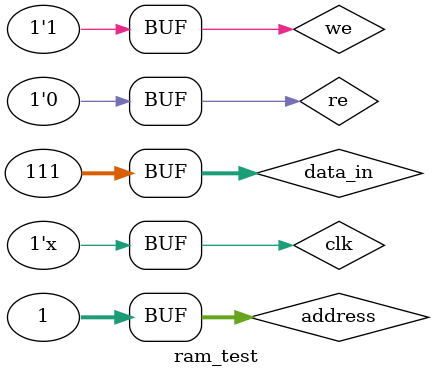
<source format=v>
`timescale 1ns / 1ps


module ram_test;

	// Inputs
	reg clk;
	reg [31:0] address;
	reg [31:0] data_in;
	reg re;
	reg we;

	// Outputs
	wire [31:0] data_out;

	// Instantiate the Unit Under Test (UUT)
	sp_ram_rw uut (
		.clk(clk), 
		.address(address), 
		.data_in(data_in), 
		.data_out(data_out), 
		.re(re), 
		.we(we)
	);

	initial begin
		// Initialize Inputs
		clk = 0;
		address = 1;
		data_in = 111;
		re = 0;
		we = 1;

		// Wait 100 ns for global reset to finish
		#100;
        
		// Add stimulus here

	end
	
	always begin
		#5 clk = !clk;
	end
      
endmodule


</source>
